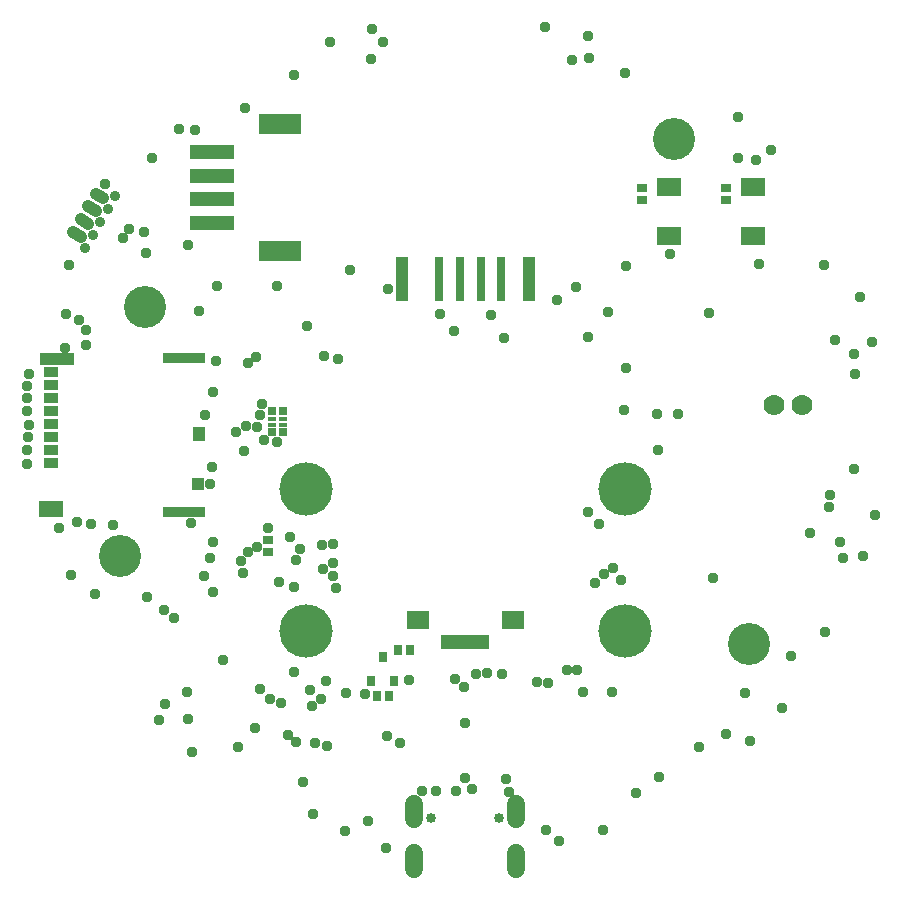
<source format=gbr>
G04 EAGLE Gerber RS-274X export*
G75*
%MOMM*%
%FSLAX34Y34*%
%LPD*%
%INSoldermask Top*%
%IPPOS*%
%AMOC8*
5,1,8,0,0,1.08239X$1,22.5*%
G01*
G04 Define Apertures*
%ADD10R,0.903200X0.803200*%
%ADD11R,1.303200X0.903200*%
%ADD12R,2.033200X1.343200*%
%ADD13R,3.003200X1.063200*%
%ADD14R,3.533200X0.903200*%
%ADD15R,1.133200X1.103200*%
%ADD16R,0.983200X1.253200*%
%ADD17C,0.853200*%
%ADD18C,1.503200*%
%ADD19R,3.703200X1.203200*%
%ADD20R,3.603200X1.703200*%
%ADD21R,0.703200X0.728200*%
%ADD22R,0.703200X0.453200*%
%ADD23R,2.003200X1.553200*%
%ADD24R,0.803200X3.703200*%
%ADD25R,1.003200X3.703200*%
%ADD26R,1.853200X1.503200*%
%ADD27R,0.503200X1.203200*%
%ADD28C,4.519200*%
%ADD29R,0.803200X0.903200*%
%ADD30C,1.003200*%
%ADD31C,0.903200*%
%ADD32C,0.959600*%
%ADD33C,1.778200*%
%ADD34C,3.556000*%
D10*
X601980Y580216D03*
X601980Y590216D03*
X530860Y580216D03*
X530860Y590216D03*
D11*
X30110Y357200D03*
X30110Y368200D03*
X30110Y379200D03*
X30110Y390200D03*
X30110Y401200D03*
X30110Y412200D03*
X30110Y423200D03*
X30110Y434200D03*
D12*
X30260Y318400D03*
D13*
X35110Y445000D03*
D14*
X142760Y316200D03*
X142760Y445800D03*
D15*
X154760Y339300D03*
D16*
X155510Y381950D03*
D17*
X409900Y57120D03*
D18*
X424200Y26820D02*
X424200Y13820D01*
X337800Y13820D02*
X337800Y26820D01*
X424200Y55620D02*
X424200Y68620D01*
X337800Y68620D02*
X337800Y55620D01*
D17*
X352100Y57120D03*
D19*
X166370Y560550D03*
X166370Y580550D03*
D20*
X223870Y644050D03*
X223870Y537050D03*
D19*
X166370Y600550D03*
X166370Y620550D03*
D21*
X226496Y401051D03*
X217496Y401051D03*
D22*
X226496Y394676D03*
X226496Y389676D03*
D21*
X226496Y383301D03*
X217496Y383301D03*
D22*
X217496Y394676D03*
X217496Y389676D03*
D23*
X624840Y549226D03*
X624840Y590726D03*
X553720Y549226D03*
X553720Y590726D03*
D24*
X411750Y513347D03*
X394250Y513347D03*
X376750Y513347D03*
X359250Y513347D03*
D25*
X327250Y513347D03*
X434750Y513347D03*
D26*
X421250Y224600D03*
X340750Y224600D03*
D27*
X398500Y205600D03*
X393500Y205600D03*
X388500Y205600D03*
X383500Y205600D03*
X378500Y205600D03*
X373500Y205600D03*
X368500Y205600D03*
X363500Y205600D03*
D28*
X516000Y215100D03*
X246000Y215100D03*
X246000Y335100D03*
X516000Y335100D03*
D29*
X301650Y172880D03*
X320650Y172880D03*
X311150Y192880D03*
X333930Y199390D03*
X323930Y199390D03*
X316150Y160020D03*
X306150Y160020D03*
D10*
X213868Y282020D03*
X213868Y292020D03*
D30*
X55373Y548994D02*
X49311Y552494D01*
X55661Y563493D02*
X61723Y559993D01*
X68073Y570991D02*
X62011Y574491D01*
X68361Y585490D02*
X74423Y581990D01*
D31*
X84570Y583464D03*
X78220Y572466D03*
X71870Y561467D03*
X65520Y550468D03*
X59170Y539470D03*
D32*
X232628Y294895D03*
X240930Y284343D03*
X543560Y398780D03*
X371270Y469216D03*
X494538Y305816D03*
X561340Y398780D03*
X484886Y315976D03*
X412305Y178851D03*
X399665Y179455D03*
X390330Y178933D03*
X372052Y174194D03*
X417727Y78843D03*
X344170Y80010D03*
X10160Y412750D03*
X246888Y473456D03*
X273304Y445516D03*
X474472Y505968D03*
X221996Y507238D03*
X629412Y525780D03*
X587502Y484124D03*
X554736Y534670D03*
X59690Y457200D03*
X54356Y478536D03*
X146304Y541528D03*
X75946Y593344D03*
X243332Y87122D03*
X188468Y116840D03*
X145542Y163322D03*
X176276Y190500D03*
X202692Y133350D03*
X64444Y305951D03*
X67908Y246595D03*
X262890Y172720D03*
X315468Y504444D03*
X283718Y520446D03*
X82567Y304979D03*
X235966Y180318D03*
X326136Y120142D03*
X402590Y482516D03*
X161064Y397538D03*
X591058Y259588D03*
X481076Y163322D03*
X579120Y116840D03*
X656956Y194041D03*
X525597Y78232D03*
X711200Y432308D03*
X710431Y352147D03*
X684784Y525272D03*
X516128Y687578D03*
X236220Y685800D03*
X484632Y464058D03*
X206911Y166017D03*
X197104Y281686D03*
X236392Y252219D03*
X261067Y267761D03*
X381000Y137579D03*
X11430Y389890D03*
X504952Y163576D03*
X264414Y117856D03*
X501650Y484886D03*
X544068Y368300D03*
X515620Y402082D03*
X237820Y121234D03*
X112034Y244046D03*
X170633Y506929D03*
X280390Y162580D03*
X186944Y383568D03*
X167160Y290828D03*
X230962Y127282D03*
X134366Y226314D03*
X91267Y547487D03*
X458724Y495046D03*
X413766Y462760D03*
X204216Y447040D03*
X215674Y157254D03*
X110490Y534924D03*
X268986Y288798D03*
X254254Y120650D03*
X10160Y368300D03*
X193576Y367826D03*
X225333Y154060D03*
X512826Y258318D03*
X442214Y171958D03*
X379730Y168003D03*
X165128Y339852D03*
X213936Y302249D03*
X237556Y275200D03*
X516890Y524002D03*
X96329Y555652D03*
X261874Y447548D03*
X516890Y437388D03*
X196774Y441630D03*
X169644Y444079D03*
X108915Y552653D03*
X148548Y306112D03*
X415290Y90170D03*
X356068Y79208D03*
X45720Y525272D03*
X155702Y485902D03*
X381041Y90211D03*
X11430Y433070D03*
X209296Y407127D03*
X10160Y356870D03*
X221348Y374980D03*
X313690Y31750D03*
X279400Y45720D03*
X121920Y139700D03*
X36830Y302260D03*
X43180Y483870D03*
X302260Y725170D03*
X485140Y718820D03*
X640080Y622300D03*
X725170Y459740D03*
X622300Y121920D03*
X497840Y46990D03*
X149860Y113030D03*
X46990Y262890D03*
X41910Y454660D03*
X115570Y615696D03*
X266700Y713740D03*
X448310Y726440D03*
X612140Y650240D03*
X715010Y497840D03*
X727710Y313690D03*
X648970Y149860D03*
X544830Y91440D03*
X460520Y37053D03*
X685546Y214630D03*
X252222Y60198D03*
X717550Y278384D03*
X138541Y640080D03*
X372860Y79792D03*
X387032Y81372D03*
X192751Y263887D03*
X223240Y256714D03*
X125739Y233258D03*
X160048Y261366D03*
X333756Y173200D03*
X314452Y125758D03*
X298450Y54610D03*
X127000Y153670D03*
X146050Y140970D03*
X52070Y307340D03*
X166624Y353568D03*
X167640Y417040D03*
X59690Y469900D03*
X152200Y638879D03*
X194310Y657860D03*
X311150Y713740D03*
X300990Y699770D03*
X485810Y700084D03*
X694436Y461264D03*
X701040Y276860D03*
X709930Y449580D03*
X611828Y615732D03*
X471718Y698562D03*
X627411Y613475D03*
X618094Y162529D03*
X449580Y46990D03*
X601980Y127530D03*
X698726Y290641D03*
X359410Y483384D03*
X271530Y251210D03*
X688725Y319655D03*
X269240Y261620D03*
X689610Y330200D03*
X269240Y273050D03*
X672874Y298450D03*
D33*
X666496Y406400D03*
X642110Y406400D03*
D32*
X259588Y288036D03*
X167414Y248412D03*
X191356Y274582D03*
X164996Y276860D03*
X296414Y161770D03*
D34*
X621284Y203962D03*
X558038Y631698D03*
X109728Y489204D03*
X88757Y278591D03*
D32*
X10160Y422910D03*
X207031Y398039D03*
X211046Y377122D03*
X249682Y165100D03*
X451358Y170942D03*
X506250Y268760D03*
X10922Y379222D03*
X204470Y388112D03*
X466908Y182118D03*
X498526Y263632D03*
X258621Y157529D03*
X10160Y401066D03*
X195382Y388874D03*
X490982Y255524D03*
X475996Y182372D03*
X251311Y151440D03*
X205054Y286588D03*
M02*

</source>
